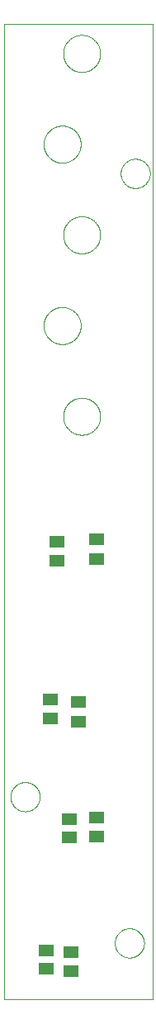
<source format=gbp>
G75*
%MOIN*%
%OFA0B0*%
%FSLAX25Y25*%
%IPPOS*%
%LPD*%
%AMOC8*
5,1,8,0,0,1.08239X$1,22.5*
%
%ADD10C,0.00000*%
%ADD11R,0.05906X0.05118*%
%ADD12R,0.06299X0.05118*%
D10*
X0009674Y0017431D02*
X0009674Y0411132D01*
X0069674Y0411132D01*
X0069674Y0017431D01*
X0009674Y0017431D01*
X0012429Y0099321D02*
X0012431Y0099474D01*
X0012437Y0099628D01*
X0012447Y0099781D01*
X0012461Y0099933D01*
X0012479Y0100086D01*
X0012501Y0100237D01*
X0012526Y0100388D01*
X0012556Y0100539D01*
X0012590Y0100689D01*
X0012627Y0100837D01*
X0012668Y0100985D01*
X0012713Y0101131D01*
X0012762Y0101277D01*
X0012815Y0101421D01*
X0012871Y0101563D01*
X0012931Y0101704D01*
X0012995Y0101844D01*
X0013062Y0101982D01*
X0013133Y0102118D01*
X0013208Y0102252D01*
X0013285Y0102384D01*
X0013367Y0102514D01*
X0013451Y0102642D01*
X0013539Y0102768D01*
X0013630Y0102891D01*
X0013724Y0103012D01*
X0013822Y0103130D01*
X0013922Y0103246D01*
X0014026Y0103359D01*
X0014132Y0103470D01*
X0014241Y0103578D01*
X0014353Y0103683D01*
X0014467Y0103784D01*
X0014585Y0103883D01*
X0014704Y0103979D01*
X0014826Y0104072D01*
X0014951Y0104161D01*
X0015078Y0104248D01*
X0015207Y0104330D01*
X0015338Y0104410D01*
X0015471Y0104486D01*
X0015606Y0104559D01*
X0015743Y0104628D01*
X0015882Y0104693D01*
X0016022Y0104755D01*
X0016164Y0104813D01*
X0016307Y0104868D01*
X0016452Y0104919D01*
X0016598Y0104966D01*
X0016745Y0105009D01*
X0016893Y0105048D01*
X0017042Y0105084D01*
X0017192Y0105115D01*
X0017343Y0105143D01*
X0017494Y0105167D01*
X0017647Y0105187D01*
X0017799Y0105203D01*
X0017952Y0105215D01*
X0018105Y0105223D01*
X0018258Y0105227D01*
X0018412Y0105227D01*
X0018565Y0105223D01*
X0018718Y0105215D01*
X0018871Y0105203D01*
X0019023Y0105187D01*
X0019176Y0105167D01*
X0019327Y0105143D01*
X0019478Y0105115D01*
X0019628Y0105084D01*
X0019777Y0105048D01*
X0019925Y0105009D01*
X0020072Y0104966D01*
X0020218Y0104919D01*
X0020363Y0104868D01*
X0020506Y0104813D01*
X0020648Y0104755D01*
X0020788Y0104693D01*
X0020927Y0104628D01*
X0021064Y0104559D01*
X0021199Y0104486D01*
X0021332Y0104410D01*
X0021463Y0104330D01*
X0021592Y0104248D01*
X0021719Y0104161D01*
X0021844Y0104072D01*
X0021966Y0103979D01*
X0022085Y0103883D01*
X0022203Y0103784D01*
X0022317Y0103683D01*
X0022429Y0103578D01*
X0022538Y0103470D01*
X0022644Y0103359D01*
X0022748Y0103246D01*
X0022848Y0103130D01*
X0022946Y0103012D01*
X0023040Y0102891D01*
X0023131Y0102768D01*
X0023219Y0102642D01*
X0023303Y0102514D01*
X0023385Y0102384D01*
X0023462Y0102252D01*
X0023537Y0102118D01*
X0023608Y0101982D01*
X0023675Y0101844D01*
X0023739Y0101704D01*
X0023799Y0101563D01*
X0023855Y0101421D01*
X0023908Y0101277D01*
X0023957Y0101131D01*
X0024002Y0100985D01*
X0024043Y0100837D01*
X0024080Y0100689D01*
X0024114Y0100539D01*
X0024144Y0100388D01*
X0024169Y0100237D01*
X0024191Y0100086D01*
X0024209Y0099933D01*
X0024223Y0099781D01*
X0024233Y0099628D01*
X0024239Y0099474D01*
X0024241Y0099321D01*
X0024239Y0099168D01*
X0024233Y0099014D01*
X0024223Y0098861D01*
X0024209Y0098709D01*
X0024191Y0098556D01*
X0024169Y0098405D01*
X0024144Y0098254D01*
X0024114Y0098103D01*
X0024080Y0097953D01*
X0024043Y0097805D01*
X0024002Y0097657D01*
X0023957Y0097511D01*
X0023908Y0097365D01*
X0023855Y0097221D01*
X0023799Y0097079D01*
X0023739Y0096938D01*
X0023675Y0096798D01*
X0023608Y0096660D01*
X0023537Y0096524D01*
X0023462Y0096390D01*
X0023385Y0096258D01*
X0023303Y0096128D01*
X0023219Y0096000D01*
X0023131Y0095874D01*
X0023040Y0095751D01*
X0022946Y0095630D01*
X0022848Y0095512D01*
X0022748Y0095396D01*
X0022644Y0095283D01*
X0022538Y0095172D01*
X0022429Y0095064D01*
X0022317Y0094959D01*
X0022203Y0094858D01*
X0022085Y0094759D01*
X0021966Y0094663D01*
X0021844Y0094570D01*
X0021719Y0094481D01*
X0021592Y0094394D01*
X0021463Y0094312D01*
X0021332Y0094232D01*
X0021199Y0094156D01*
X0021064Y0094083D01*
X0020927Y0094014D01*
X0020788Y0093949D01*
X0020648Y0093887D01*
X0020506Y0093829D01*
X0020363Y0093774D01*
X0020218Y0093723D01*
X0020072Y0093676D01*
X0019925Y0093633D01*
X0019777Y0093594D01*
X0019628Y0093558D01*
X0019478Y0093527D01*
X0019327Y0093499D01*
X0019176Y0093475D01*
X0019023Y0093455D01*
X0018871Y0093439D01*
X0018718Y0093427D01*
X0018565Y0093419D01*
X0018412Y0093415D01*
X0018258Y0093415D01*
X0018105Y0093419D01*
X0017952Y0093427D01*
X0017799Y0093439D01*
X0017647Y0093455D01*
X0017494Y0093475D01*
X0017343Y0093499D01*
X0017192Y0093527D01*
X0017042Y0093558D01*
X0016893Y0093594D01*
X0016745Y0093633D01*
X0016598Y0093676D01*
X0016452Y0093723D01*
X0016307Y0093774D01*
X0016164Y0093829D01*
X0016022Y0093887D01*
X0015882Y0093949D01*
X0015743Y0094014D01*
X0015606Y0094083D01*
X0015471Y0094156D01*
X0015338Y0094232D01*
X0015207Y0094312D01*
X0015078Y0094394D01*
X0014951Y0094481D01*
X0014826Y0094570D01*
X0014704Y0094663D01*
X0014585Y0094759D01*
X0014467Y0094858D01*
X0014353Y0094959D01*
X0014241Y0095064D01*
X0014132Y0095172D01*
X0014026Y0095283D01*
X0013922Y0095396D01*
X0013822Y0095512D01*
X0013724Y0095630D01*
X0013630Y0095751D01*
X0013539Y0095874D01*
X0013451Y0096000D01*
X0013367Y0096128D01*
X0013285Y0096258D01*
X0013208Y0096390D01*
X0013133Y0096524D01*
X0013062Y0096660D01*
X0012995Y0096798D01*
X0012931Y0096938D01*
X0012871Y0097079D01*
X0012815Y0097221D01*
X0012762Y0097365D01*
X0012713Y0097511D01*
X0012668Y0097657D01*
X0012627Y0097805D01*
X0012590Y0097953D01*
X0012556Y0098103D01*
X0012526Y0098254D01*
X0012501Y0098405D01*
X0012479Y0098556D01*
X0012461Y0098709D01*
X0012447Y0098861D01*
X0012437Y0099014D01*
X0012431Y0099168D01*
X0012429Y0099321D01*
X0033690Y0252864D02*
X0033692Y0253048D01*
X0033699Y0253231D01*
X0033710Y0253414D01*
X0033726Y0253597D01*
X0033746Y0253780D01*
X0033771Y0253962D01*
X0033800Y0254143D01*
X0033834Y0254323D01*
X0033872Y0254503D01*
X0033914Y0254681D01*
X0033961Y0254859D01*
X0034012Y0255035D01*
X0034068Y0255210D01*
X0034127Y0255384D01*
X0034191Y0255556D01*
X0034259Y0255726D01*
X0034332Y0255895D01*
X0034408Y0256062D01*
X0034489Y0256227D01*
X0034573Y0256390D01*
X0034662Y0256551D01*
X0034754Y0256709D01*
X0034850Y0256866D01*
X0034951Y0257020D01*
X0035054Y0257171D01*
X0035162Y0257320D01*
X0035273Y0257466D01*
X0035388Y0257609D01*
X0035506Y0257750D01*
X0035628Y0257887D01*
X0035753Y0258022D01*
X0035881Y0258153D01*
X0036012Y0258281D01*
X0036147Y0258406D01*
X0036284Y0258528D01*
X0036425Y0258646D01*
X0036568Y0258761D01*
X0036714Y0258872D01*
X0036863Y0258980D01*
X0037014Y0259083D01*
X0037168Y0259184D01*
X0037325Y0259280D01*
X0037483Y0259372D01*
X0037644Y0259461D01*
X0037807Y0259545D01*
X0037972Y0259626D01*
X0038139Y0259702D01*
X0038308Y0259775D01*
X0038478Y0259843D01*
X0038650Y0259907D01*
X0038824Y0259966D01*
X0038999Y0260022D01*
X0039175Y0260073D01*
X0039353Y0260120D01*
X0039531Y0260162D01*
X0039711Y0260200D01*
X0039891Y0260234D01*
X0040072Y0260263D01*
X0040254Y0260288D01*
X0040437Y0260308D01*
X0040620Y0260324D01*
X0040803Y0260335D01*
X0040986Y0260342D01*
X0041170Y0260344D01*
X0041354Y0260342D01*
X0041537Y0260335D01*
X0041720Y0260324D01*
X0041903Y0260308D01*
X0042086Y0260288D01*
X0042268Y0260263D01*
X0042449Y0260234D01*
X0042629Y0260200D01*
X0042809Y0260162D01*
X0042987Y0260120D01*
X0043165Y0260073D01*
X0043341Y0260022D01*
X0043516Y0259966D01*
X0043690Y0259907D01*
X0043862Y0259843D01*
X0044032Y0259775D01*
X0044201Y0259702D01*
X0044368Y0259626D01*
X0044533Y0259545D01*
X0044696Y0259461D01*
X0044857Y0259372D01*
X0045015Y0259280D01*
X0045172Y0259184D01*
X0045326Y0259083D01*
X0045477Y0258980D01*
X0045626Y0258872D01*
X0045772Y0258761D01*
X0045915Y0258646D01*
X0046056Y0258528D01*
X0046193Y0258406D01*
X0046328Y0258281D01*
X0046459Y0258153D01*
X0046587Y0258022D01*
X0046712Y0257887D01*
X0046834Y0257750D01*
X0046952Y0257609D01*
X0047067Y0257466D01*
X0047178Y0257320D01*
X0047286Y0257171D01*
X0047389Y0257020D01*
X0047490Y0256866D01*
X0047586Y0256709D01*
X0047678Y0256551D01*
X0047767Y0256390D01*
X0047851Y0256227D01*
X0047932Y0256062D01*
X0048008Y0255895D01*
X0048081Y0255726D01*
X0048149Y0255556D01*
X0048213Y0255384D01*
X0048272Y0255210D01*
X0048328Y0255035D01*
X0048379Y0254859D01*
X0048426Y0254681D01*
X0048468Y0254503D01*
X0048506Y0254323D01*
X0048540Y0254143D01*
X0048569Y0253962D01*
X0048594Y0253780D01*
X0048614Y0253597D01*
X0048630Y0253414D01*
X0048641Y0253231D01*
X0048648Y0253048D01*
X0048650Y0252864D01*
X0048648Y0252680D01*
X0048641Y0252497D01*
X0048630Y0252314D01*
X0048614Y0252131D01*
X0048594Y0251948D01*
X0048569Y0251766D01*
X0048540Y0251585D01*
X0048506Y0251405D01*
X0048468Y0251225D01*
X0048426Y0251047D01*
X0048379Y0250869D01*
X0048328Y0250693D01*
X0048272Y0250518D01*
X0048213Y0250344D01*
X0048149Y0250172D01*
X0048081Y0250002D01*
X0048008Y0249833D01*
X0047932Y0249666D01*
X0047851Y0249501D01*
X0047767Y0249338D01*
X0047678Y0249177D01*
X0047586Y0249019D01*
X0047490Y0248862D01*
X0047389Y0248708D01*
X0047286Y0248557D01*
X0047178Y0248408D01*
X0047067Y0248262D01*
X0046952Y0248119D01*
X0046834Y0247978D01*
X0046712Y0247841D01*
X0046587Y0247706D01*
X0046459Y0247575D01*
X0046328Y0247447D01*
X0046193Y0247322D01*
X0046056Y0247200D01*
X0045915Y0247082D01*
X0045772Y0246967D01*
X0045626Y0246856D01*
X0045477Y0246748D01*
X0045326Y0246645D01*
X0045172Y0246544D01*
X0045015Y0246448D01*
X0044857Y0246356D01*
X0044696Y0246267D01*
X0044533Y0246183D01*
X0044368Y0246102D01*
X0044201Y0246026D01*
X0044032Y0245953D01*
X0043862Y0245885D01*
X0043690Y0245821D01*
X0043516Y0245762D01*
X0043341Y0245706D01*
X0043165Y0245655D01*
X0042987Y0245608D01*
X0042809Y0245566D01*
X0042629Y0245528D01*
X0042449Y0245494D01*
X0042268Y0245465D01*
X0042086Y0245440D01*
X0041903Y0245420D01*
X0041720Y0245404D01*
X0041537Y0245393D01*
X0041354Y0245386D01*
X0041170Y0245384D01*
X0040986Y0245386D01*
X0040803Y0245393D01*
X0040620Y0245404D01*
X0040437Y0245420D01*
X0040254Y0245440D01*
X0040072Y0245465D01*
X0039891Y0245494D01*
X0039711Y0245528D01*
X0039531Y0245566D01*
X0039353Y0245608D01*
X0039175Y0245655D01*
X0038999Y0245706D01*
X0038824Y0245762D01*
X0038650Y0245821D01*
X0038478Y0245885D01*
X0038308Y0245953D01*
X0038139Y0246026D01*
X0037972Y0246102D01*
X0037807Y0246183D01*
X0037644Y0246267D01*
X0037483Y0246356D01*
X0037325Y0246448D01*
X0037168Y0246544D01*
X0037014Y0246645D01*
X0036863Y0246748D01*
X0036714Y0246856D01*
X0036568Y0246967D01*
X0036425Y0247082D01*
X0036284Y0247200D01*
X0036147Y0247322D01*
X0036012Y0247447D01*
X0035881Y0247575D01*
X0035753Y0247706D01*
X0035628Y0247841D01*
X0035506Y0247978D01*
X0035388Y0248119D01*
X0035273Y0248262D01*
X0035162Y0248408D01*
X0035054Y0248557D01*
X0034951Y0248708D01*
X0034850Y0248862D01*
X0034754Y0249019D01*
X0034662Y0249177D01*
X0034573Y0249338D01*
X0034489Y0249501D01*
X0034408Y0249666D01*
X0034332Y0249833D01*
X0034259Y0250002D01*
X0034191Y0250172D01*
X0034127Y0250344D01*
X0034068Y0250518D01*
X0034012Y0250693D01*
X0033961Y0250869D01*
X0033914Y0251047D01*
X0033872Y0251225D01*
X0033834Y0251405D01*
X0033800Y0251585D01*
X0033771Y0251766D01*
X0033746Y0251948D01*
X0033726Y0252131D01*
X0033710Y0252314D01*
X0033699Y0252497D01*
X0033692Y0252680D01*
X0033690Y0252864D01*
X0025816Y0289478D02*
X0025818Y0289662D01*
X0025825Y0289845D01*
X0025836Y0290028D01*
X0025852Y0290211D01*
X0025872Y0290394D01*
X0025897Y0290576D01*
X0025926Y0290757D01*
X0025960Y0290937D01*
X0025998Y0291117D01*
X0026040Y0291295D01*
X0026087Y0291473D01*
X0026138Y0291649D01*
X0026194Y0291824D01*
X0026253Y0291998D01*
X0026317Y0292170D01*
X0026385Y0292340D01*
X0026458Y0292509D01*
X0026534Y0292676D01*
X0026615Y0292841D01*
X0026699Y0293004D01*
X0026788Y0293165D01*
X0026880Y0293323D01*
X0026976Y0293480D01*
X0027077Y0293634D01*
X0027180Y0293785D01*
X0027288Y0293934D01*
X0027399Y0294080D01*
X0027514Y0294223D01*
X0027632Y0294364D01*
X0027754Y0294501D01*
X0027879Y0294636D01*
X0028007Y0294767D01*
X0028138Y0294895D01*
X0028273Y0295020D01*
X0028410Y0295142D01*
X0028551Y0295260D01*
X0028694Y0295375D01*
X0028840Y0295486D01*
X0028989Y0295594D01*
X0029140Y0295697D01*
X0029294Y0295798D01*
X0029451Y0295894D01*
X0029609Y0295986D01*
X0029770Y0296075D01*
X0029933Y0296159D01*
X0030098Y0296240D01*
X0030265Y0296316D01*
X0030434Y0296389D01*
X0030604Y0296457D01*
X0030776Y0296521D01*
X0030950Y0296580D01*
X0031125Y0296636D01*
X0031301Y0296687D01*
X0031479Y0296734D01*
X0031657Y0296776D01*
X0031837Y0296814D01*
X0032017Y0296848D01*
X0032198Y0296877D01*
X0032380Y0296902D01*
X0032563Y0296922D01*
X0032746Y0296938D01*
X0032929Y0296949D01*
X0033112Y0296956D01*
X0033296Y0296958D01*
X0033480Y0296956D01*
X0033663Y0296949D01*
X0033846Y0296938D01*
X0034029Y0296922D01*
X0034212Y0296902D01*
X0034394Y0296877D01*
X0034575Y0296848D01*
X0034755Y0296814D01*
X0034935Y0296776D01*
X0035113Y0296734D01*
X0035291Y0296687D01*
X0035467Y0296636D01*
X0035642Y0296580D01*
X0035816Y0296521D01*
X0035988Y0296457D01*
X0036158Y0296389D01*
X0036327Y0296316D01*
X0036494Y0296240D01*
X0036659Y0296159D01*
X0036822Y0296075D01*
X0036983Y0295986D01*
X0037141Y0295894D01*
X0037298Y0295798D01*
X0037452Y0295697D01*
X0037603Y0295594D01*
X0037752Y0295486D01*
X0037898Y0295375D01*
X0038041Y0295260D01*
X0038182Y0295142D01*
X0038319Y0295020D01*
X0038454Y0294895D01*
X0038585Y0294767D01*
X0038713Y0294636D01*
X0038838Y0294501D01*
X0038960Y0294364D01*
X0039078Y0294223D01*
X0039193Y0294080D01*
X0039304Y0293934D01*
X0039412Y0293785D01*
X0039515Y0293634D01*
X0039616Y0293480D01*
X0039712Y0293323D01*
X0039804Y0293165D01*
X0039893Y0293004D01*
X0039977Y0292841D01*
X0040058Y0292676D01*
X0040134Y0292509D01*
X0040207Y0292340D01*
X0040275Y0292170D01*
X0040339Y0291998D01*
X0040398Y0291824D01*
X0040454Y0291649D01*
X0040505Y0291473D01*
X0040552Y0291295D01*
X0040594Y0291117D01*
X0040632Y0290937D01*
X0040666Y0290757D01*
X0040695Y0290576D01*
X0040720Y0290394D01*
X0040740Y0290211D01*
X0040756Y0290028D01*
X0040767Y0289845D01*
X0040774Y0289662D01*
X0040776Y0289478D01*
X0040774Y0289294D01*
X0040767Y0289111D01*
X0040756Y0288928D01*
X0040740Y0288745D01*
X0040720Y0288562D01*
X0040695Y0288380D01*
X0040666Y0288199D01*
X0040632Y0288019D01*
X0040594Y0287839D01*
X0040552Y0287661D01*
X0040505Y0287483D01*
X0040454Y0287307D01*
X0040398Y0287132D01*
X0040339Y0286958D01*
X0040275Y0286786D01*
X0040207Y0286616D01*
X0040134Y0286447D01*
X0040058Y0286280D01*
X0039977Y0286115D01*
X0039893Y0285952D01*
X0039804Y0285791D01*
X0039712Y0285633D01*
X0039616Y0285476D01*
X0039515Y0285322D01*
X0039412Y0285171D01*
X0039304Y0285022D01*
X0039193Y0284876D01*
X0039078Y0284733D01*
X0038960Y0284592D01*
X0038838Y0284455D01*
X0038713Y0284320D01*
X0038585Y0284189D01*
X0038454Y0284061D01*
X0038319Y0283936D01*
X0038182Y0283814D01*
X0038041Y0283696D01*
X0037898Y0283581D01*
X0037752Y0283470D01*
X0037603Y0283362D01*
X0037452Y0283259D01*
X0037298Y0283158D01*
X0037141Y0283062D01*
X0036983Y0282970D01*
X0036822Y0282881D01*
X0036659Y0282797D01*
X0036494Y0282716D01*
X0036327Y0282640D01*
X0036158Y0282567D01*
X0035988Y0282499D01*
X0035816Y0282435D01*
X0035642Y0282376D01*
X0035467Y0282320D01*
X0035291Y0282269D01*
X0035113Y0282222D01*
X0034935Y0282180D01*
X0034755Y0282142D01*
X0034575Y0282108D01*
X0034394Y0282079D01*
X0034212Y0282054D01*
X0034029Y0282034D01*
X0033846Y0282018D01*
X0033663Y0282007D01*
X0033480Y0282000D01*
X0033296Y0281998D01*
X0033112Y0282000D01*
X0032929Y0282007D01*
X0032746Y0282018D01*
X0032563Y0282034D01*
X0032380Y0282054D01*
X0032198Y0282079D01*
X0032017Y0282108D01*
X0031837Y0282142D01*
X0031657Y0282180D01*
X0031479Y0282222D01*
X0031301Y0282269D01*
X0031125Y0282320D01*
X0030950Y0282376D01*
X0030776Y0282435D01*
X0030604Y0282499D01*
X0030434Y0282567D01*
X0030265Y0282640D01*
X0030098Y0282716D01*
X0029933Y0282797D01*
X0029770Y0282881D01*
X0029609Y0282970D01*
X0029451Y0283062D01*
X0029294Y0283158D01*
X0029140Y0283259D01*
X0028989Y0283362D01*
X0028840Y0283470D01*
X0028694Y0283581D01*
X0028551Y0283696D01*
X0028410Y0283814D01*
X0028273Y0283936D01*
X0028138Y0284061D01*
X0028007Y0284189D01*
X0027879Y0284320D01*
X0027754Y0284455D01*
X0027632Y0284592D01*
X0027514Y0284733D01*
X0027399Y0284876D01*
X0027288Y0285022D01*
X0027180Y0285171D01*
X0027077Y0285322D01*
X0026976Y0285476D01*
X0026880Y0285633D01*
X0026788Y0285791D01*
X0026699Y0285952D01*
X0026615Y0286115D01*
X0026534Y0286280D01*
X0026458Y0286447D01*
X0026385Y0286616D01*
X0026317Y0286786D01*
X0026253Y0286958D01*
X0026194Y0287132D01*
X0026138Y0287307D01*
X0026087Y0287483D01*
X0026040Y0287661D01*
X0025998Y0287839D01*
X0025960Y0288019D01*
X0025926Y0288199D01*
X0025897Y0288380D01*
X0025872Y0288562D01*
X0025852Y0288745D01*
X0025836Y0288928D01*
X0025825Y0289111D01*
X0025818Y0289294D01*
X0025816Y0289478D01*
X0025816Y0362707D02*
X0025818Y0362891D01*
X0025825Y0363074D01*
X0025836Y0363257D01*
X0025852Y0363440D01*
X0025872Y0363623D01*
X0025897Y0363805D01*
X0025926Y0363986D01*
X0025960Y0364166D01*
X0025998Y0364346D01*
X0026040Y0364524D01*
X0026087Y0364702D01*
X0026138Y0364878D01*
X0026194Y0365053D01*
X0026253Y0365227D01*
X0026317Y0365399D01*
X0026385Y0365569D01*
X0026458Y0365738D01*
X0026534Y0365905D01*
X0026615Y0366070D01*
X0026699Y0366233D01*
X0026788Y0366394D01*
X0026880Y0366552D01*
X0026976Y0366709D01*
X0027077Y0366863D01*
X0027180Y0367014D01*
X0027288Y0367163D01*
X0027399Y0367309D01*
X0027514Y0367452D01*
X0027632Y0367593D01*
X0027754Y0367730D01*
X0027879Y0367865D01*
X0028007Y0367996D01*
X0028138Y0368124D01*
X0028273Y0368249D01*
X0028410Y0368371D01*
X0028551Y0368489D01*
X0028694Y0368604D01*
X0028840Y0368715D01*
X0028989Y0368823D01*
X0029140Y0368926D01*
X0029294Y0369027D01*
X0029451Y0369123D01*
X0029609Y0369215D01*
X0029770Y0369304D01*
X0029933Y0369388D01*
X0030098Y0369469D01*
X0030265Y0369545D01*
X0030434Y0369618D01*
X0030604Y0369686D01*
X0030776Y0369750D01*
X0030950Y0369809D01*
X0031125Y0369865D01*
X0031301Y0369916D01*
X0031479Y0369963D01*
X0031657Y0370005D01*
X0031837Y0370043D01*
X0032017Y0370077D01*
X0032198Y0370106D01*
X0032380Y0370131D01*
X0032563Y0370151D01*
X0032746Y0370167D01*
X0032929Y0370178D01*
X0033112Y0370185D01*
X0033296Y0370187D01*
X0033480Y0370185D01*
X0033663Y0370178D01*
X0033846Y0370167D01*
X0034029Y0370151D01*
X0034212Y0370131D01*
X0034394Y0370106D01*
X0034575Y0370077D01*
X0034755Y0370043D01*
X0034935Y0370005D01*
X0035113Y0369963D01*
X0035291Y0369916D01*
X0035467Y0369865D01*
X0035642Y0369809D01*
X0035816Y0369750D01*
X0035988Y0369686D01*
X0036158Y0369618D01*
X0036327Y0369545D01*
X0036494Y0369469D01*
X0036659Y0369388D01*
X0036822Y0369304D01*
X0036983Y0369215D01*
X0037141Y0369123D01*
X0037298Y0369027D01*
X0037452Y0368926D01*
X0037603Y0368823D01*
X0037752Y0368715D01*
X0037898Y0368604D01*
X0038041Y0368489D01*
X0038182Y0368371D01*
X0038319Y0368249D01*
X0038454Y0368124D01*
X0038585Y0367996D01*
X0038713Y0367865D01*
X0038838Y0367730D01*
X0038960Y0367593D01*
X0039078Y0367452D01*
X0039193Y0367309D01*
X0039304Y0367163D01*
X0039412Y0367014D01*
X0039515Y0366863D01*
X0039616Y0366709D01*
X0039712Y0366552D01*
X0039804Y0366394D01*
X0039893Y0366233D01*
X0039977Y0366070D01*
X0040058Y0365905D01*
X0040134Y0365738D01*
X0040207Y0365569D01*
X0040275Y0365399D01*
X0040339Y0365227D01*
X0040398Y0365053D01*
X0040454Y0364878D01*
X0040505Y0364702D01*
X0040552Y0364524D01*
X0040594Y0364346D01*
X0040632Y0364166D01*
X0040666Y0363986D01*
X0040695Y0363805D01*
X0040720Y0363623D01*
X0040740Y0363440D01*
X0040756Y0363257D01*
X0040767Y0363074D01*
X0040774Y0362891D01*
X0040776Y0362707D01*
X0040774Y0362523D01*
X0040767Y0362340D01*
X0040756Y0362157D01*
X0040740Y0361974D01*
X0040720Y0361791D01*
X0040695Y0361609D01*
X0040666Y0361428D01*
X0040632Y0361248D01*
X0040594Y0361068D01*
X0040552Y0360890D01*
X0040505Y0360712D01*
X0040454Y0360536D01*
X0040398Y0360361D01*
X0040339Y0360187D01*
X0040275Y0360015D01*
X0040207Y0359845D01*
X0040134Y0359676D01*
X0040058Y0359509D01*
X0039977Y0359344D01*
X0039893Y0359181D01*
X0039804Y0359020D01*
X0039712Y0358862D01*
X0039616Y0358705D01*
X0039515Y0358551D01*
X0039412Y0358400D01*
X0039304Y0358251D01*
X0039193Y0358105D01*
X0039078Y0357962D01*
X0038960Y0357821D01*
X0038838Y0357684D01*
X0038713Y0357549D01*
X0038585Y0357418D01*
X0038454Y0357290D01*
X0038319Y0357165D01*
X0038182Y0357043D01*
X0038041Y0356925D01*
X0037898Y0356810D01*
X0037752Y0356699D01*
X0037603Y0356591D01*
X0037452Y0356488D01*
X0037298Y0356387D01*
X0037141Y0356291D01*
X0036983Y0356199D01*
X0036822Y0356110D01*
X0036659Y0356026D01*
X0036494Y0355945D01*
X0036327Y0355869D01*
X0036158Y0355796D01*
X0035988Y0355728D01*
X0035816Y0355664D01*
X0035642Y0355605D01*
X0035467Y0355549D01*
X0035291Y0355498D01*
X0035113Y0355451D01*
X0034935Y0355409D01*
X0034755Y0355371D01*
X0034575Y0355337D01*
X0034394Y0355308D01*
X0034212Y0355283D01*
X0034029Y0355263D01*
X0033846Y0355247D01*
X0033663Y0355236D01*
X0033480Y0355229D01*
X0033296Y0355227D01*
X0033112Y0355229D01*
X0032929Y0355236D01*
X0032746Y0355247D01*
X0032563Y0355263D01*
X0032380Y0355283D01*
X0032198Y0355308D01*
X0032017Y0355337D01*
X0031837Y0355371D01*
X0031657Y0355409D01*
X0031479Y0355451D01*
X0031301Y0355498D01*
X0031125Y0355549D01*
X0030950Y0355605D01*
X0030776Y0355664D01*
X0030604Y0355728D01*
X0030434Y0355796D01*
X0030265Y0355869D01*
X0030098Y0355945D01*
X0029933Y0356026D01*
X0029770Y0356110D01*
X0029609Y0356199D01*
X0029451Y0356291D01*
X0029294Y0356387D01*
X0029140Y0356488D01*
X0028989Y0356591D01*
X0028840Y0356699D01*
X0028694Y0356810D01*
X0028551Y0356925D01*
X0028410Y0357043D01*
X0028273Y0357165D01*
X0028138Y0357290D01*
X0028007Y0357418D01*
X0027879Y0357549D01*
X0027754Y0357684D01*
X0027632Y0357821D01*
X0027514Y0357962D01*
X0027399Y0358105D01*
X0027288Y0358251D01*
X0027180Y0358400D01*
X0027077Y0358551D01*
X0026976Y0358705D01*
X0026880Y0358862D01*
X0026788Y0359020D01*
X0026699Y0359181D01*
X0026615Y0359344D01*
X0026534Y0359509D01*
X0026458Y0359676D01*
X0026385Y0359845D01*
X0026317Y0360015D01*
X0026253Y0360187D01*
X0026194Y0360361D01*
X0026138Y0360536D01*
X0026087Y0360712D01*
X0026040Y0360890D01*
X0025998Y0361068D01*
X0025960Y0361248D01*
X0025926Y0361428D01*
X0025897Y0361609D01*
X0025872Y0361791D01*
X0025852Y0361974D01*
X0025836Y0362157D01*
X0025825Y0362340D01*
X0025818Y0362523D01*
X0025816Y0362707D01*
X0033690Y0399321D02*
X0033692Y0399505D01*
X0033699Y0399688D01*
X0033710Y0399871D01*
X0033726Y0400054D01*
X0033746Y0400237D01*
X0033771Y0400419D01*
X0033800Y0400600D01*
X0033834Y0400780D01*
X0033872Y0400960D01*
X0033914Y0401138D01*
X0033961Y0401316D01*
X0034012Y0401492D01*
X0034068Y0401667D01*
X0034127Y0401841D01*
X0034191Y0402013D01*
X0034259Y0402183D01*
X0034332Y0402352D01*
X0034408Y0402519D01*
X0034489Y0402684D01*
X0034573Y0402847D01*
X0034662Y0403008D01*
X0034754Y0403166D01*
X0034850Y0403323D01*
X0034951Y0403477D01*
X0035054Y0403628D01*
X0035162Y0403777D01*
X0035273Y0403923D01*
X0035388Y0404066D01*
X0035506Y0404207D01*
X0035628Y0404344D01*
X0035753Y0404479D01*
X0035881Y0404610D01*
X0036012Y0404738D01*
X0036147Y0404863D01*
X0036284Y0404985D01*
X0036425Y0405103D01*
X0036568Y0405218D01*
X0036714Y0405329D01*
X0036863Y0405437D01*
X0037014Y0405540D01*
X0037168Y0405641D01*
X0037325Y0405737D01*
X0037483Y0405829D01*
X0037644Y0405918D01*
X0037807Y0406002D01*
X0037972Y0406083D01*
X0038139Y0406159D01*
X0038308Y0406232D01*
X0038478Y0406300D01*
X0038650Y0406364D01*
X0038824Y0406423D01*
X0038999Y0406479D01*
X0039175Y0406530D01*
X0039353Y0406577D01*
X0039531Y0406619D01*
X0039711Y0406657D01*
X0039891Y0406691D01*
X0040072Y0406720D01*
X0040254Y0406745D01*
X0040437Y0406765D01*
X0040620Y0406781D01*
X0040803Y0406792D01*
X0040986Y0406799D01*
X0041170Y0406801D01*
X0041354Y0406799D01*
X0041537Y0406792D01*
X0041720Y0406781D01*
X0041903Y0406765D01*
X0042086Y0406745D01*
X0042268Y0406720D01*
X0042449Y0406691D01*
X0042629Y0406657D01*
X0042809Y0406619D01*
X0042987Y0406577D01*
X0043165Y0406530D01*
X0043341Y0406479D01*
X0043516Y0406423D01*
X0043690Y0406364D01*
X0043862Y0406300D01*
X0044032Y0406232D01*
X0044201Y0406159D01*
X0044368Y0406083D01*
X0044533Y0406002D01*
X0044696Y0405918D01*
X0044857Y0405829D01*
X0045015Y0405737D01*
X0045172Y0405641D01*
X0045326Y0405540D01*
X0045477Y0405437D01*
X0045626Y0405329D01*
X0045772Y0405218D01*
X0045915Y0405103D01*
X0046056Y0404985D01*
X0046193Y0404863D01*
X0046328Y0404738D01*
X0046459Y0404610D01*
X0046587Y0404479D01*
X0046712Y0404344D01*
X0046834Y0404207D01*
X0046952Y0404066D01*
X0047067Y0403923D01*
X0047178Y0403777D01*
X0047286Y0403628D01*
X0047389Y0403477D01*
X0047490Y0403323D01*
X0047586Y0403166D01*
X0047678Y0403008D01*
X0047767Y0402847D01*
X0047851Y0402684D01*
X0047932Y0402519D01*
X0048008Y0402352D01*
X0048081Y0402183D01*
X0048149Y0402013D01*
X0048213Y0401841D01*
X0048272Y0401667D01*
X0048328Y0401492D01*
X0048379Y0401316D01*
X0048426Y0401138D01*
X0048468Y0400960D01*
X0048506Y0400780D01*
X0048540Y0400600D01*
X0048569Y0400419D01*
X0048594Y0400237D01*
X0048614Y0400054D01*
X0048630Y0399871D01*
X0048641Y0399688D01*
X0048648Y0399505D01*
X0048650Y0399321D01*
X0048648Y0399137D01*
X0048641Y0398954D01*
X0048630Y0398771D01*
X0048614Y0398588D01*
X0048594Y0398405D01*
X0048569Y0398223D01*
X0048540Y0398042D01*
X0048506Y0397862D01*
X0048468Y0397682D01*
X0048426Y0397504D01*
X0048379Y0397326D01*
X0048328Y0397150D01*
X0048272Y0396975D01*
X0048213Y0396801D01*
X0048149Y0396629D01*
X0048081Y0396459D01*
X0048008Y0396290D01*
X0047932Y0396123D01*
X0047851Y0395958D01*
X0047767Y0395795D01*
X0047678Y0395634D01*
X0047586Y0395476D01*
X0047490Y0395319D01*
X0047389Y0395165D01*
X0047286Y0395014D01*
X0047178Y0394865D01*
X0047067Y0394719D01*
X0046952Y0394576D01*
X0046834Y0394435D01*
X0046712Y0394298D01*
X0046587Y0394163D01*
X0046459Y0394032D01*
X0046328Y0393904D01*
X0046193Y0393779D01*
X0046056Y0393657D01*
X0045915Y0393539D01*
X0045772Y0393424D01*
X0045626Y0393313D01*
X0045477Y0393205D01*
X0045326Y0393102D01*
X0045172Y0393001D01*
X0045015Y0392905D01*
X0044857Y0392813D01*
X0044696Y0392724D01*
X0044533Y0392640D01*
X0044368Y0392559D01*
X0044201Y0392483D01*
X0044032Y0392410D01*
X0043862Y0392342D01*
X0043690Y0392278D01*
X0043516Y0392219D01*
X0043341Y0392163D01*
X0043165Y0392112D01*
X0042987Y0392065D01*
X0042809Y0392023D01*
X0042629Y0391985D01*
X0042449Y0391951D01*
X0042268Y0391922D01*
X0042086Y0391897D01*
X0041903Y0391877D01*
X0041720Y0391861D01*
X0041537Y0391850D01*
X0041354Y0391843D01*
X0041170Y0391841D01*
X0040986Y0391843D01*
X0040803Y0391850D01*
X0040620Y0391861D01*
X0040437Y0391877D01*
X0040254Y0391897D01*
X0040072Y0391922D01*
X0039891Y0391951D01*
X0039711Y0391985D01*
X0039531Y0392023D01*
X0039353Y0392065D01*
X0039175Y0392112D01*
X0038999Y0392163D01*
X0038824Y0392219D01*
X0038650Y0392278D01*
X0038478Y0392342D01*
X0038308Y0392410D01*
X0038139Y0392483D01*
X0037972Y0392559D01*
X0037807Y0392640D01*
X0037644Y0392724D01*
X0037483Y0392813D01*
X0037325Y0392905D01*
X0037168Y0393001D01*
X0037014Y0393102D01*
X0036863Y0393205D01*
X0036714Y0393313D01*
X0036568Y0393424D01*
X0036425Y0393539D01*
X0036284Y0393657D01*
X0036147Y0393779D01*
X0036012Y0393904D01*
X0035881Y0394032D01*
X0035753Y0394163D01*
X0035628Y0394298D01*
X0035506Y0394435D01*
X0035388Y0394576D01*
X0035273Y0394719D01*
X0035162Y0394865D01*
X0035054Y0395014D01*
X0034951Y0395165D01*
X0034850Y0395319D01*
X0034754Y0395476D01*
X0034662Y0395634D01*
X0034573Y0395795D01*
X0034489Y0395958D01*
X0034408Y0396123D01*
X0034332Y0396290D01*
X0034259Y0396459D01*
X0034191Y0396629D01*
X0034127Y0396801D01*
X0034068Y0396975D01*
X0034012Y0397150D01*
X0033961Y0397326D01*
X0033914Y0397504D01*
X0033872Y0397682D01*
X0033834Y0397862D01*
X0033800Y0398042D01*
X0033771Y0398223D01*
X0033746Y0398405D01*
X0033726Y0398588D01*
X0033710Y0398771D01*
X0033699Y0398954D01*
X0033692Y0399137D01*
X0033690Y0399321D01*
X0033690Y0326093D02*
X0033692Y0326277D01*
X0033699Y0326460D01*
X0033710Y0326643D01*
X0033726Y0326826D01*
X0033746Y0327009D01*
X0033771Y0327191D01*
X0033800Y0327372D01*
X0033834Y0327552D01*
X0033872Y0327732D01*
X0033914Y0327910D01*
X0033961Y0328088D01*
X0034012Y0328264D01*
X0034068Y0328439D01*
X0034127Y0328613D01*
X0034191Y0328785D01*
X0034259Y0328955D01*
X0034332Y0329124D01*
X0034408Y0329291D01*
X0034489Y0329456D01*
X0034573Y0329619D01*
X0034662Y0329780D01*
X0034754Y0329938D01*
X0034850Y0330095D01*
X0034951Y0330249D01*
X0035054Y0330400D01*
X0035162Y0330549D01*
X0035273Y0330695D01*
X0035388Y0330838D01*
X0035506Y0330979D01*
X0035628Y0331116D01*
X0035753Y0331251D01*
X0035881Y0331382D01*
X0036012Y0331510D01*
X0036147Y0331635D01*
X0036284Y0331757D01*
X0036425Y0331875D01*
X0036568Y0331990D01*
X0036714Y0332101D01*
X0036863Y0332209D01*
X0037014Y0332312D01*
X0037168Y0332413D01*
X0037325Y0332509D01*
X0037483Y0332601D01*
X0037644Y0332690D01*
X0037807Y0332774D01*
X0037972Y0332855D01*
X0038139Y0332931D01*
X0038308Y0333004D01*
X0038478Y0333072D01*
X0038650Y0333136D01*
X0038824Y0333195D01*
X0038999Y0333251D01*
X0039175Y0333302D01*
X0039353Y0333349D01*
X0039531Y0333391D01*
X0039711Y0333429D01*
X0039891Y0333463D01*
X0040072Y0333492D01*
X0040254Y0333517D01*
X0040437Y0333537D01*
X0040620Y0333553D01*
X0040803Y0333564D01*
X0040986Y0333571D01*
X0041170Y0333573D01*
X0041354Y0333571D01*
X0041537Y0333564D01*
X0041720Y0333553D01*
X0041903Y0333537D01*
X0042086Y0333517D01*
X0042268Y0333492D01*
X0042449Y0333463D01*
X0042629Y0333429D01*
X0042809Y0333391D01*
X0042987Y0333349D01*
X0043165Y0333302D01*
X0043341Y0333251D01*
X0043516Y0333195D01*
X0043690Y0333136D01*
X0043862Y0333072D01*
X0044032Y0333004D01*
X0044201Y0332931D01*
X0044368Y0332855D01*
X0044533Y0332774D01*
X0044696Y0332690D01*
X0044857Y0332601D01*
X0045015Y0332509D01*
X0045172Y0332413D01*
X0045326Y0332312D01*
X0045477Y0332209D01*
X0045626Y0332101D01*
X0045772Y0331990D01*
X0045915Y0331875D01*
X0046056Y0331757D01*
X0046193Y0331635D01*
X0046328Y0331510D01*
X0046459Y0331382D01*
X0046587Y0331251D01*
X0046712Y0331116D01*
X0046834Y0330979D01*
X0046952Y0330838D01*
X0047067Y0330695D01*
X0047178Y0330549D01*
X0047286Y0330400D01*
X0047389Y0330249D01*
X0047490Y0330095D01*
X0047586Y0329938D01*
X0047678Y0329780D01*
X0047767Y0329619D01*
X0047851Y0329456D01*
X0047932Y0329291D01*
X0048008Y0329124D01*
X0048081Y0328955D01*
X0048149Y0328785D01*
X0048213Y0328613D01*
X0048272Y0328439D01*
X0048328Y0328264D01*
X0048379Y0328088D01*
X0048426Y0327910D01*
X0048468Y0327732D01*
X0048506Y0327552D01*
X0048540Y0327372D01*
X0048569Y0327191D01*
X0048594Y0327009D01*
X0048614Y0326826D01*
X0048630Y0326643D01*
X0048641Y0326460D01*
X0048648Y0326277D01*
X0048650Y0326093D01*
X0048648Y0325909D01*
X0048641Y0325726D01*
X0048630Y0325543D01*
X0048614Y0325360D01*
X0048594Y0325177D01*
X0048569Y0324995D01*
X0048540Y0324814D01*
X0048506Y0324634D01*
X0048468Y0324454D01*
X0048426Y0324276D01*
X0048379Y0324098D01*
X0048328Y0323922D01*
X0048272Y0323747D01*
X0048213Y0323573D01*
X0048149Y0323401D01*
X0048081Y0323231D01*
X0048008Y0323062D01*
X0047932Y0322895D01*
X0047851Y0322730D01*
X0047767Y0322567D01*
X0047678Y0322406D01*
X0047586Y0322248D01*
X0047490Y0322091D01*
X0047389Y0321937D01*
X0047286Y0321786D01*
X0047178Y0321637D01*
X0047067Y0321491D01*
X0046952Y0321348D01*
X0046834Y0321207D01*
X0046712Y0321070D01*
X0046587Y0320935D01*
X0046459Y0320804D01*
X0046328Y0320676D01*
X0046193Y0320551D01*
X0046056Y0320429D01*
X0045915Y0320311D01*
X0045772Y0320196D01*
X0045626Y0320085D01*
X0045477Y0319977D01*
X0045326Y0319874D01*
X0045172Y0319773D01*
X0045015Y0319677D01*
X0044857Y0319585D01*
X0044696Y0319496D01*
X0044533Y0319412D01*
X0044368Y0319331D01*
X0044201Y0319255D01*
X0044032Y0319182D01*
X0043862Y0319114D01*
X0043690Y0319050D01*
X0043516Y0318991D01*
X0043341Y0318935D01*
X0043165Y0318884D01*
X0042987Y0318837D01*
X0042809Y0318795D01*
X0042629Y0318757D01*
X0042449Y0318723D01*
X0042268Y0318694D01*
X0042086Y0318669D01*
X0041903Y0318649D01*
X0041720Y0318633D01*
X0041537Y0318622D01*
X0041354Y0318615D01*
X0041170Y0318613D01*
X0040986Y0318615D01*
X0040803Y0318622D01*
X0040620Y0318633D01*
X0040437Y0318649D01*
X0040254Y0318669D01*
X0040072Y0318694D01*
X0039891Y0318723D01*
X0039711Y0318757D01*
X0039531Y0318795D01*
X0039353Y0318837D01*
X0039175Y0318884D01*
X0038999Y0318935D01*
X0038824Y0318991D01*
X0038650Y0319050D01*
X0038478Y0319114D01*
X0038308Y0319182D01*
X0038139Y0319255D01*
X0037972Y0319331D01*
X0037807Y0319412D01*
X0037644Y0319496D01*
X0037483Y0319585D01*
X0037325Y0319677D01*
X0037168Y0319773D01*
X0037014Y0319874D01*
X0036863Y0319977D01*
X0036714Y0320085D01*
X0036568Y0320196D01*
X0036425Y0320311D01*
X0036284Y0320429D01*
X0036147Y0320551D01*
X0036012Y0320676D01*
X0035881Y0320804D01*
X0035753Y0320935D01*
X0035628Y0321070D01*
X0035506Y0321207D01*
X0035388Y0321348D01*
X0035273Y0321491D01*
X0035162Y0321637D01*
X0035054Y0321786D01*
X0034951Y0321937D01*
X0034850Y0322091D01*
X0034754Y0322248D01*
X0034662Y0322406D01*
X0034573Y0322567D01*
X0034489Y0322730D01*
X0034408Y0322895D01*
X0034332Y0323062D01*
X0034259Y0323231D01*
X0034191Y0323401D01*
X0034127Y0323573D01*
X0034068Y0323747D01*
X0034012Y0323922D01*
X0033961Y0324098D01*
X0033914Y0324276D01*
X0033872Y0324454D01*
X0033834Y0324634D01*
X0033800Y0324814D01*
X0033771Y0324995D01*
X0033746Y0325177D01*
X0033726Y0325360D01*
X0033710Y0325543D01*
X0033699Y0325726D01*
X0033692Y0325909D01*
X0033690Y0326093D01*
X0056918Y0350896D02*
X0056920Y0351049D01*
X0056926Y0351203D01*
X0056936Y0351356D01*
X0056950Y0351508D01*
X0056968Y0351661D01*
X0056990Y0351812D01*
X0057015Y0351963D01*
X0057045Y0352114D01*
X0057079Y0352264D01*
X0057116Y0352412D01*
X0057157Y0352560D01*
X0057202Y0352706D01*
X0057251Y0352852D01*
X0057304Y0352996D01*
X0057360Y0353138D01*
X0057420Y0353279D01*
X0057484Y0353419D01*
X0057551Y0353557D01*
X0057622Y0353693D01*
X0057697Y0353827D01*
X0057774Y0353959D01*
X0057856Y0354089D01*
X0057940Y0354217D01*
X0058028Y0354343D01*
X0058119Y0354466D01*
X0058213Y0354587D01*
X0058311Y0354705D01*
X0058411Y0354821D01*
X0058515Y0354934D01*
X0058621Y0355045D01*
X0058730Y0355153D01*
X0058842Y0355258D01*
X0058956Y0355359D01*
X0059074Y0355458D01*
X0059193Y0355554D01*
X0059315Y0355647D01*
X0059440Y0355736D01*
X0059567Y0355823D01*
X0059696Y0355905D01*
X0059827Y0355985D01*
X0059960Y0356061D01*
X0060095Y0356134D01*
X0060232Y0356203D01*
X0060371Y0356268D01*
X0060511Y0356330D01*
X0060653Y0356388D01*
X0060796Y0356443D01*
X0060941Y0356494D01*
X0061087Y0356541D01*
X0061234Y0356584D01*
X0061382Y0356623D01*
X0061531Y0356659D01*
X0061681Y0356690D01*
X0061832Y0356718D01*
X0061983Y0356742D01*
X0062136Y0356762D01*
X0062288Y0356778D01*
X0062441Y0356790D01*
X0062594Y0356798D01*
X0062747Y0356802D01*
X0062901Y0356802D01*
X0063054Y0356798D01*
X0063207Y0356790D01*
X0063360Y0356778D01*
X0063512Y0356762D01*
X0063665Y0356742D01*
X0063816Y0356718D01*
X0063967Y0356690D01*
X0064117Y0356659D01*
X0064266Y0356623D01*
X0064414Y0356584D01*
X0064561Y0356541D01*
X0064707Y0356494D01*
X0064852Y0356443D01*
X0064995Y0356388D01*
X0065137Y0356330D01*
X0065277Y0356268D01*
X0065416Y0356203D01*
X0065553Y0356134D01*
X0065688Y0356061D01*
X0065821Y0355985D01*
X0065952Y0355905D01*
X0066081Y0355823D01*
X0066208Y0355736D01*
X0066333Y0355647D01*
X0066455Y0355554D01*
X0066574Y0355458D01*
X0066692Y0355359D01*
X0066806Y0355258D01*
X0066918Y0355153D01*
X0067027Y0355045D01*
X0067133Y0354934D01*
X0067237Y0354821D01*
X0067337Y0354705D01*
X0067435Y0354587D01*
X0067529Y0354466D01*
X0067620Y0354343D01*
X0067708Y0354217D01*
X0067792Y0354089D01*
X0067874Y0353959D01*
X0067951Y0353827D01*
X0068026Y0353693D01*
X0068097Y0353557D01*
X0068164Y0353419D01*
X0068228Y0353279D01*
X0068288Y0353138D01*
X0068344Y0352996D01*
X0068397Y0352852D01*
X0068446Y0352706D01*
X0068491Y0352560D01*
X0068532Y0352412D01*
X0068569Y0352264D01*
X0068603Y0352114D01*
X0068633Y0351963D01*
X0068658Y0351812D01*
X0068680Y0351661D01*
X0068698Y0351508D01*
X0068712Y0351356D01*
X0068722Y0351203D01*
X0068728Y0351049D01*
X0068730Y0350896D01*
X0068728Y0350743D01*
X0068722Y0350589D01*
X0068712Y0350436D01*
X0068698Y0350284D01*
X0068680Y0350131D01*
X0068658Y0349980D01*
X0068633Y0349829D01*
X0068603Y0349678D01*
X0068569Y0349528D01*
X0068532Y0349380D01*
X0068491Y0349232D01*
X0068446Y0349086D01*
X0068397Y0348940D01*
X0068344Y0348796D01*
X0068288Y0348654D01*
X0068228Y0348513D01*
X0068164Y0348373D01*
X0068097Y0348235D01*
X0068026Y0348099D01*
X0067951Y0347965D01*
X0067874Y0347833D01*
X0067792Y0347703D01*
X0067708Y0347575D01*
X0067620Y0347449D01*
X0067529Y0347326D01*
X0067435Y0347205D01*
X0067337Y0347087D01*
X0067237Y0346971D01*
X0067133Y0346858D01*
X0067027Y0346747D01*
X0066918Y0346639D01*
X0066806Y0346534D01*
X0066692Y0346433D01*
X0066574Y0346334D01*
X0066455Y0346238D01*
X0066333Y0346145D01*
X0066208Y0346056D01*
X0066081Y0345969D01*
X0065952Y0345887D01*
X0065821Y0345807D01*
X0065688Y0345731D01*
X0065553Y0345658D01*
X0065416Y0345589D01*
X0065277Y0345524D01*
X0065137Y0345462D01*
X0064995Y0345404D01*
X0064852Y0345349D01*
X0064707Y0345298D01*
X0064561Y0345251D01*
X0064414Y0345208D01*
X0064266Y0345169D01*
X0064117Y0345133D01*
X0063967Y0345102D01*
X0063816Y0345074D01*
X0063665Y0345050D01*
X0063512Y0345030D01*
X0063360Y0345014D01*
X0063207Y0345002D01*
X0063054Y0344994D01*
X0062901Y0344990D01*
X0062747Y0344990D01*
X0062594Y0344994D01*
X0062441Y0345002D01*
X0062288Y0345014D01*
X0062136Y0345030D01*
X0061983Y0345050D01*
X0061832Y0345074D01*
X0061681Y0345102D01*
X0061531Y0345133D01*
X0061382Y0345169D01*
X0061234Y0345208D01*
X0061087Y0345251D01*
X0060941Y0345298D01*
X0060796Y0345349D01*
X0060653Y0345404D01*
X0060511Y0345462D01*
X0060371Y0345524D01*
X0060232Y0345589D01*
X0060095Y0345658D01*
X0059960Y0345731D01*
X0059827Y0345807D01*
X0059696Y0345887D01*
X0059567Y0345969D01*
X0059440Y0346056D01*
X0059315Y0346145D01*
X0059193Y0346238D01*
X0059074Y0346334D01*
X0058956Y0346433D01*
X0058842Y0346534D01*
X0058730Y0346639D01*
X0058621Y0346747D01*
X0058515Y0346858D01*
X0058411Y0346971D01*
X0058311Y0347087D01*
X0058213Y0347205D01*
X0058119Y0347326D01*
X0058028Y0347449D01*
X0057940Y0347575D01*
X0057856Y0347703D01*
X0057774Y0347833D01*
X0057697Y0347965D01*
X0057622Y0348099D01*
X0057551Y0348235D01*
X0057484Y0348373D01*
X0057420Y0348513D01*
X0057360Y0348654D01*
X0057304Y0348796D01*
X0057251Y0348940D01*
X0057202Y0349086D01*
X0057157Y0349232D01*
X0057116Y0349380D01*
X0057079Y0349528D01*
X0057045Y0349678D01*
X0057015Y0349829D01*
X0056990Y0349980D01*
X0056968Y0350131D01*
X0056950Y0350284D01*
X0056936Y0350436D01*
X0056926Y0350589D01*
X0056920Y0350743D01*
X0056918Y0350896D01*
X0054555Y0040266D02*
X0054557Y0040419D01*
X0054563Y0040573D01*
X0054573Y0040726D01*
X0054587Y0040878D01*
X0054605Y0041031D01*
X0054627Y0041182D01*
X0054652Y0041333D01*
X0054682Y0041484D01*
X0054716Y0041634D01*
X0054753Y0041782D01*
X0054794Y0041930D01*
X0054839Y0042076D01*
X0054888Y0042222D01*
X0054941Y0042366D01*
X0054997Y0042508D01*
X0055057Y0042649D01*
X0055121Y0042789D01*
X0055188Y0042927D01*
X0055259Y0043063D01*
X0055334Y0043197D01*
X0055411Y0043329D01*
X0055493Y0043459D01*
X0055577Y0043587D01*
X0055665Y0043713D01*
X0055756Y0043836D01*
X0055850Y0043957D01*
X0055948Y0044075D01*
X0056048Y0044191D01*
X0056152Y0044304D01*
X0056258Y0044415D01*
X0056367Y0044523D01*
X0056479Y0044628D01*
X0056593Y0044729D01*
X0056711Y0044828D01*
X0056830Y0044924D01*
X0056952Y0045017D01*
X0057077Y0045106D01*
X0057204Y0045193D01*
X0057333Y0045275D01*
X0057464Y0045355D01*
X0057597Y0045431D01*
X0057732Y0045504D01*
X0057869Y0045573D01*
X0058008Y0045638D01*
X0058148Y0045700D01*
X0058290Y0045758D01*
X0058433Y0045813D01*
X0058578Y0045864D01*
X0058724Y0045911D01*
X0058871Y0045954D01*
X0059019Y0045993D01*
X0059168Y0046029D01*
X0059318Y0046060D01*
X0059469Y0046088D01*
X0059620Y0046112D01*
X0059773Y0046132D01*
X0059925Y0046148D01*
X0060078Y0046160D01*
X0060231Y0046168D01*
X0060384Y0046172D01*
X0060538Y0046172D01*
X0060691Y0046168D01*
X0060844Y0046160D01*
X0060997Y0046148D01*
X0061149Y0046132D01*
X0061302Y0046112D01*
X0061453Y0046088D01*
X0061604Y0046060D01*
X0061754Y0046029D01*
X0061903Y0045993D01*
X0062051Y0045954D01*
X0062198Y0045911D01*
X0062344Y0045864D01*
X0062489Y0045813D01*
X0062632Y0045758D01*
X0062774Y0045700D01*
X0062914Y0045638D01*
X0063053Y0045573D01*
X0063190Y0045504D01*
X0063325Y0045431D01*
X0063458Y0045355D01*
X0063589Y0045275D01*
X0063718Y0045193D01*
X0063845Y0045106D01*
X0063970Y0045017D01*
X0064092Y0044924D01*
X0064211Y0044828D01*
X0064329Y0044729D01*
X0064443Y0044628D01*
X0064555Y0044523D01*
X0064664Y0044415D01*
X0064770Y0044304D01*
X0064874Y0044191D01*
X0064974Y0044075D01*
X0065072Y0043957D01*
X0065166Y0043836D01*
X0065257Y0043713D01*
X0065345Y0043587D01*
X0065429Y0043459D01*
X0065511Y0043329D01*
X0065588Y0043197D01*
X0065663Y0043063D01*
X0065734Y0042927D01*
X0065801Y0042789D01*
X0065865Y0042649D01*
X0065925Y0042508D01*
X0065981Y0042366D01*
X0066034Y0042222D01*
X0066083Y0042076D01*
X0066128Y0041930D01*
X0066169Y0041782D01*
X0066206Y0041634D01*
X0066240Y0041484D01*
X0066270Y0041333D01*
X0066295Y0041182D01*
X0066317Y0041031D01*
X0066335Y0040878D01*
X0066349Y0040726D01*
X0066359Y0040573D01*
X0066365Y0040419D01*
X0066367Y0040266D01*
X0066365Y0040113D01*
X0066359Y0039959D01*
X0066349Y0039806D01*
X0066335Y0039654D01*
X0066317Y0039501D01*
X0066295Y0039350D01*
X0066270Y0039199D01*
X0066240Y0039048D01*
X0066206Y0038898D01*
X0066169Y0038750D01*
X0066128Y0038602D01*
X0066083Y0038456D01*
X0066034Y0038310D01*
X0065981Y0038166D01*
X0065925Y0038024D01*
X0065865Y0037883D01*
X0065801Y0037743D01*
X0065734Y0037605D01*
X0065663Y0037469D01*
X0065588Y0037335D01*
X0065511Y0037203D01*
X0065429Y0037073D01*
X0065345Y0036945D01*
X0065257Y0036819D01*
X0065166Y0036696D01*
X0065072Y0036575D01*
X0064974Y0036457D01*
X0064874Y0036341D01*
X0064770Y0036228D01*
X0064664Y0036117D01*
X0064555Y0036009D01*
X0064443Y0035904D01*
X0064329Y0035803D01*
X0064211Y0035704D01*
X0064092Y0035608D01*
X0063970Y0035515D01*
X0063845Y0035426D01*
X0063718Y0035339D01*
X0063589Y0035257D01*
X0063458Y0035177D01*
X0063325Y0035101D01*
X0063190Y0035028D01*
X0063053Y0034959D01*
X0062914Y0034894D01*
X0062774Y0034832D01*
X0062632Y0034774D01*
X0062489Y0034719D01*
X0062344Y0034668D01*
X0062198Y0034621D01*
X0062051Y0034578D01*
X0061903Y0034539D01*
X0061754Y0034503D01*
X0061604Y0034472D01*
X0061453Y0034444D01*
X0061302Y0034420D01*
X0061149Y0034400D01*
X0060997Y0034384D01*
X0060844Y0034372D01*
X0060691Y0034364D01*
X0060538Y0034360D01*
X0060384Y0034360D01*
X0060231Y0034364D01*
X0060078Y0034372D01*
X0059925Y0034384D01*
X0059773Y0034400D01*
X0059620Y0034420D01*
X0059469Y0034444D01*
X0059318Y0034472D01*
X0059168Y0034503D01*
X0059019Y0034539D01*
X0058871Y0034578D01*
X0058724Y0034621D01*
X0058578Y0034668D01*
X0058433Y0034719D01*
X0058290Y0034774D01*
X0058148Y0034832D01*
X0058008Y0034894D01*
X0057869Y0034959D01*
X0057732Y0035028D01*
X0057597Y0035101D01*
X0057464Y0035177D01*
X0057333Y0035257D01*
X0057204Y0035339D01*
X0057077Y0035426D01*
X0056952Y0035515D01*
X0056830Y0035608D01*
X0056711Y0035704D01*
X0056593Y0035803D01*
X0056479Y0035904D01*
X0056367Y0036009D01*
X0056258Y0036117D01*
X0056152Y0036228D01*
X0056048Y0036341D01*
X0055948Y0036457D01*
X0055850Y0036575D01*
X0055756Y0036696D01*
X0055665Y0036819D01*
X0055577Y0036945D01*
X0055493Y0037073D01*
X0055411Y0037203D01*
X0055334Y0037335D01*
X0055259Y0037469D01*
X0055188Y0037605D01*
X0055121Y0037743D01*
X0055057Y0037883D01*
X0054997Y0038024D01*
X0054941Y0038166D01*
X0054888Y0038310D01*
X0054839Y0038456D01*
X0054794Y0038602D01*
X0054753Y0038750D01*
X0054716Y0038898D01*
X0054682Y0039048D01*
X0054652Y0039199D01*
X0054627Y0039350D01*
X0054605Y0039501D01*
X0054587Y0039654D01*
X0054573Y0039806D01*
X0054563Y0039959D01*
X0054557Y0040113D01*
X0054555Y0040266D01*
D11*
X0036052Y0082825D03*
X0036052Y0090305D03*
X0028572Y0131053D03*
X0028572Y0138533D03*
X0031328Y0194636D03*
X0031328Y0202116D03*
X0026997Y0037352D03*
X0026997Y0029872D03*
D12*
X0036839Y0028848D03*
X0036839Y0036722D03*
X0047076Y0083179D03*
X0047076Y0091053D03*
X0039989Y0129636D03*
X0039989Y0137510D03*
X0047076Y0195384D03*
X0047076Y0203258D03*
M02*

</source>
